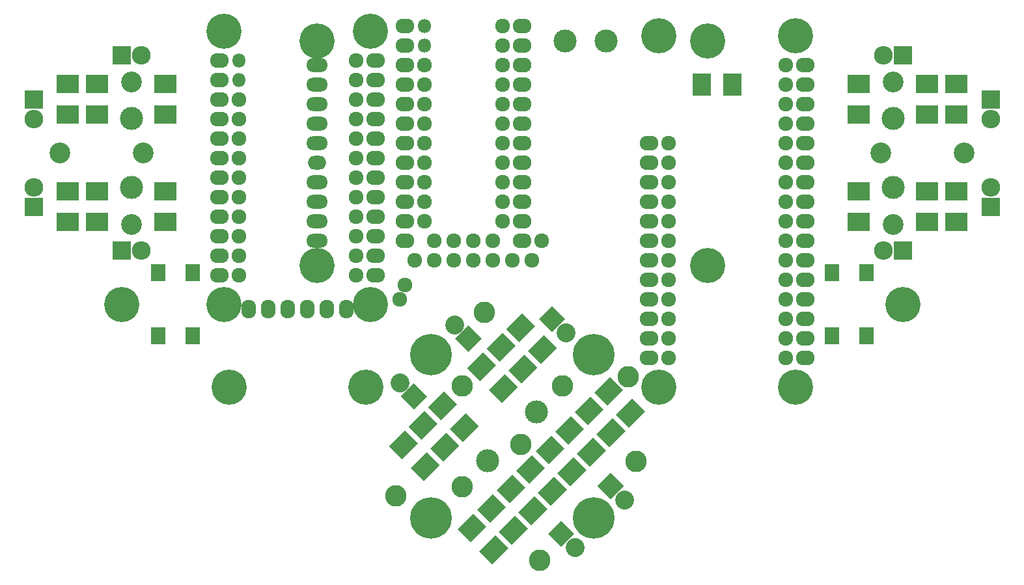
<source format=gbs>
%TF.GenerationSoftware,KiCad,Pcbnew,4.1.0-alpha+201609021633+7109~49~ubuntu16.04.1-product*%
%TF.CreationDate,2016-09-14T14:42:10+05:30*%
%TF.ProjectId,OTS2_main,4F5453325F6D61696E2E6B696361645F,rev?*%
%TF.FileFunction,Soldermask,Bot*%
%FSLAX46Y46*%
G04 Gerber Fmt 4.6, Leading zero omitted, Abs format (unit mm)*
G04 Created by KiCad (PCBNEW 4.1.0-alpha+201609021633+7109~49~ubuntu16.04.1-product) date Wed Sep 14 14:42:10 2016*
%MOMM*%
%LPD*%
G01*
G04 APERTURE LIST*
%ADD10C,0.101600*%
%ADD11C,2.800000*%
%ADD12C,5.400000*%
%ADD13C,3.000000*%
%ADD14O,2.813000X1.797000*%
%ADD15O,2.432000X1.797000*%
%ADD16C,4.572000*%
%ADD17O,2.432000X1.924000*%
%ADD18C,1.924000*%
%ADD19R,1.924000X2.178000*%
%ADD20O,1.924000X2.432000*%
%ADD21O,1.924000X1.924000*%
%ADD22O,1.797000X1.797000*%
%ADD23R,2.900000X2.400000*%
%ADD24R,2.400000X2.900000*%
%ADD25C,2.700000*%
%ADD26C,2.432000*%
%ADD27R,2.432000X2.432000*%
%ADD28O,2.432000X2.432000*%
G04 APERTURE END LIST*
D10*
D11*
X93185158Y-78580158D03*
D12*
X81468398Y-66863398D03*
D11*
X85527191Y-84017809D03*
D12*
X102681602Y-88076602D03*
D11*
X98622809Y-70922191D03*
D12*
X81468398Y-88076602D03*
X102681602Y-66863398D03*
D13*
X88893019Y-80651981D03*
X95256981Y-74288019D03*
D11*
X76971199Y-85219890D03*
X85527191Y-70922191D03*
X88468755Y-61319681D03*
X95681245Y-93620319D03*
X108154608Y-80722691D03*
X107178801Y-69720110D03*
D14*
X66675000Y-29210000D03*
X66675000Y-31750000D03*
X66675000Y-34290000D03*
X66675000Y-36830000D03*
X66675000Y-39370000D03*
D15*
X66675000Y-41910000D03*
D14*
X66675000Y-44450000D03*
X66675000Y-46990000D03*
X66675000Y-49530000D03*
X66675000Y-52070000D03*
D16*
X66675000Y-55245000D03*
X117475000Y-55245000D03*
X117475000Y-26035000D03*
X66675000Y-26035000D03*
D17*
X109855000Y-67310000D03*
X109855000Y-64770000D03*
X109855000Y-62230000D03*
X109855000Y-59690000D03*
X109855000Y-57150000D03*
X109855000Y-54610000D03*
X109855000Y-52070000D03*
X109855000Y-49530000D03*
X109855000Y-46990000D03*
X109855000Y-44450000D03*
X109855000Y-41910000D03*
X109855000Y-39370000D03*
X130175000Y-29210000D03*
X130175000Y-31750000D03*
X130175000Y-34290000D03*
X130175000Y-36830000D03*
X130175000Y-39370000D03*
X130175000Y-41910000D03*
X130175000Y-44450000D03*
X130175000Y-46990000D03*
X130175000Y-49530000D03*
X130175000Y-52070000D03*
X130175000Y-54610000D03*
X130175000Y-57150000D03*
X130175000Y-59690000D03*
X130175000Y-62230000D03*
X130175000Y-64770000D03*
X130175000Y-67310000D03*
D16*
X111125000Y-25400000D03*
X128905000Y-25400000D03*
D18*
X112395000Y-67310000D03*
X112395000Y-64770000D03*
X112395000Y-62230000D03*
X112395000Y-59690000D03*
X112395000Y-57150000D03*
X112395000Y-54610000D03*
X112395000Y-52070000D03*
X112395000Y-49530000D03*
X112395000Y-46990000D03*
X112395000Y-44450000D03*
X112395000Y-41910000D03*
X112395000Y-39370000D03*
X127635000Y-29210000D03*
X127635000Y-31750000D03*
X127635000Y-34290000D03*
X127635000Y-36830000D03*
X127635000Y-39370000D03*
X127635000Y-41910000D03*
X127635000Y-44450000D03*
X127635000Y-46990000D03*
X127635000Y-49530000D03*
X127635000Y-52070000D03*
X127635000Y-54610000D03*
X127635000Y-57150000D03*
X127635000Y-59690000D03*
X127635000Y-62230000D03*
X127635000Y-64770000D03*
X127635000Y-67310000D03*
D16*
X111125000Y-71120000D03*
X128905000Y-71120000D03*
D19*
X138150600Y-56235600D03*
X138150600Y-64414400D03*
X133629400Y-64414400D03*
X133629400Y-56235600D03*
D17*
X74295000Y-28575000D03*
X74295000Y-31115000D03*
X74295000Y-33655000D03*
X74295000Y-36195000D03*
X74295000Y-38735000D03*
X74295000Y-41275000D03*
X74295000Y-43815000D03*
X74295000Y-46355000D03*
X74295000Y-48895000D03*
X74295000Y-51435000D03*
X74295000Y-53975000D03*
X74295000Y-56515000D03*
D20*
X70485000Y-60960000D03*
X67945000Y-60960000D03*
X65405000Y-60960000D03*
X62865000Y-60960000D03*
X60325000Y-60960000D03*
X57785000Y-60960000D03*
D17*
X53975000Y-56515000D03*
X53975000Y-53975000D03*
X53975000Y-51435000D03*
X53975000Y-48895000D03*
X53975000Y-46355000D03*
X53975000Y-43815000D03*
X53975000Y-41275000D03*
X53975000Y-38735000D03*
X53975000Y-36195000D03*
X53975000Y-33655000D03*
X53975000Y-31115000D03*
X53975000Y-28575000D03*
D16*
X73660000Y-60325000D03*
X54610000Y-60325000D03*
X54610000Y-24765000D03*
X73660000Y-24765000D03*
D21*
X71755000Y-28575000D03*
X71755000Y-31115000D03*
X71755000Y-33655000D03*
X71755000Y-36195000D03*
X71755000Y-38735000D03*
X71755000Y-41275000D03*
X71755000Y-43815000D03*
X71755000Y-46355000D03*
X71755000Y-48895000D03*
X71755000Y-51435000D03*
X71755000Y-53975000D03*
X71755000Y-56515000D03*
X56515000Y-56515000D03*
X56515000Y-53975000D03*
X56515000Y-51435000D03*
X56515000Y-48895000D03*
X56515000Y-46355000D03*
X56515000Y-43815000D03*
X56515000Y-41275000D03*
X56515000Y-38735000D03*
X56515000Y-36195000D03*
X56515000Y-33655000D03*
D22*
X56515000Y-31115000D03*
X56515000Y-28575000D03*
D16*
X73025000Y-71120000D03*
X55245000Y-71120000D03*
X142875000Y-60325000D03*
X41275000Y-60325000D03*
D23*
X146050000Y-35655000D03*
X146050000Y-31655000D03*
X149860000Y-35655000D03*
X149860000Y-31655000D03*
X137160000Y-35655000D03*
X137160000Y-31655000D03*
X38100000Y-45625000D03*
X38100000Y-49625000D03*
X34290000Y-45625000D03*
X34290000Y-49625000D03*
X46990000Y-45625000D03*
X46990000Y-49625000D03*
D10*
G36*
X94093047Y-89502437D02*
X92042437Y-91553047D01*
X90345381Y-89855991D01*
X92395991Y-87805381D01*
X94093047Y-89502437D01*
X94093047Y-89502437D01*
G37*
G36*
X91264619Y-86674009D02*
X89214009Y-88724619D01*
X87516953Y-87027563D01*
X89567563Y-84976953D01*
X91264619Y-86674009D01*
X91264619Y-86674009D01*
G37*
G36*
X85203047Y-78707437D02*
X83152437Y-80758047D01*
X81455381Y-79060991D01*
X83505991Y-77010381D01*
X85203047Y-78707437D01*
X85203047Y-78707437D01*
G37*
G36*
X82374619Y-75879009D02*
X80324009Y-77929619D01*
X78626953Y-76232563D01*
X80677563Y-74181953D01*
X82374619Y-75879009D01*
X82374619Y-75879009D01*
G37*
G36*
X91326953Y-63532563D02*
X93377563Y-61481953D01*
X95074619Y-63179009D01*
X93024009Y-65229619D01*
X91326953Y-63532563D01*
X91326953Y-63532563D01*
G37*
G36*
X94155381Y-66360991D02*
X96205991Y-64310381D01*
X97903047Y-66007437D01*
X95852437Y-68058047D01*
X94155381Y-66360991D01*
X94155381Y-66360991D01*
G37*
G36*
X102756953Y-71787563D02*
X104807563Y-69736953D01*
X106504619Y-71434009D01*
X104454009Y-73484619D01*
X102756953Y-71787563D01*
X102756953Y-71787563D01*
G37*
G36*
X105585381Y-74615991D02*
X107635991Y-72565381D01*
X109333047Y-74262437D01*
X107282437Y-76313047D01*
X105585381Y-74615991D01*
X105585381Y-74615991D01*
G37*
G36*
X92596953Y-81947563D02*
X94647563Y-79896953D01*
X96344619Y-81594009D01*
X94294009Y-83644619D01*
X92596953Y-81947563D01*
X92596953Y-81947563D01*
G37*
G36*
X95425381Y-84775991D02*
X97475991Y-82725381D01*
X99173047Y-84422437D01*
X97122437Y-86473047D01*
X95425381Y-84775991D01*
X95425381Y-84775991D01*
G37*
G36*
X86246953Y-68612563D02*
X88297563Y-66561953D01*
X89994619Y-68259009D01*
X87944009Y-70309619D01*
X86246953Y-68612563D01*
X86246953Y-68612563D01*
G37*
G36*
X89075381Y-71440991D02*
X91125991Y-69390381D01*
X92823047Y-71087437D01*
X90772437Y-73138047D01*
X89075381Y-71440991D01*
X89075381Y-71440991D01*
G37*
G36*
X97676953Y-76867563D02*
X99727563Y-74816953D01*
X101424619Y-76514009D01*
X99374009Y-78564619D01*
X97676953Y-76867563D01*
X97676953Y-76867563D01*
G37*
G36*
X100505381Y-79695991D02*
X102555991Y-77645381D01*
X104253047Y-79342437D01*
X102202437Y-81393047D01*
X100505381Y-79695991D01*
X100505381Y-79695991D01*
G37*
D23*
X146050000Y-49625000D03*
X146050000Y-45625000D03*
X149860000Y-49625000D03*
X149860000Y-45625000D03*
X137160000Y-49625000D03*
X137160000Y-45625000D03*
X38100000Y-31655000D03*
X38100000Y-35655000D03*
X34290000Y-31655000D03*
X34290000Y-35655000D03*
X46990000Y-31655000D03*
X46990000Y-35655000D03*
D10*
G36*
X84976953Y-89567563D02*
X87027563Y-87516953D01*
X88724619Y-89214009D01*
X86674009Y-91264619D01*
X84976953Y-89567563D01*
X84976953Y-89567563D01*
G37*
G36*
X87805381Y-92395991D02*
X89855991Y-90345381D01*
X91553047Y-92042437D01*
X89502437Y-94093047D01*
X87805381Y-92395991D01*
X87805381Y-92395991D01*
G37*
G36*
X76086953Y-78772563D02*
X78137563Y-76721953D01*
X79834619Y-78419009D01*
X77784009Y-80469619D01*
X76086953Y-78772563D01*
X76086953Y-78772563D01*
G37*
G36*
X78915381Y-81600991D02*
X80965991Y-79550381D01*
X82663047Y-81247437D01*
X80612437Y-83298047D01*
X78915381Y-81600991D01*
X78915381Y-81600991D01*
G37*
G36*
X95363047Y-68547437D02*
X93312437Y-70598047D01*
X91615381Y-68900991D01*
X93665991Y-66850381D01*
X95363047Y-68547437D01*
X95363047Y-68547437D01*
G37*
G36*
X92534619Y-65719009D02*
X90484009Y-67769619D01*
X88786953Y-66072563D01*
X90837563Y-64021953D01*
X92534619Y-65719009D01*
X92534619Y-65719009D01*
G37*
G36*
X106793047Y-76802437D02*
X104742437Y-78853047D01*
X103045381Y-77155991D01*
X105095991Y-75105381D01*
X106793047Y-76802437D01*
X106793047Y-76802437D01*
G37*
G36*
X103964619Y-73974009D02*
X101914009Y-76024619D01*
X100216953Y-74327563D01*
X102267563Y-72276953D01*
X103964619Y-73974009D01*
X103964619Y-73974009D01*
G37*
G36*
X96633047Y-86962437D02*
X94582437Y-89013047D01*
X92885381Y-87315991D01*
X94935991Y-85265381D01*
X96633047Y-86962437D01*
X96633047Y-86962437D01*
G37*
G36*
X93804619Y-84134009D02*
X91754009Y-86184619D01*
X90056953Y-84487563D01*
X92107563Y-82436953D01*
X93804619Y-84134009D01*
X93804619Y-84134009D01*
G37*
G36*
X87743047Y-76167437D02*
X85692437Y-78218047D01*
X83995381Y-76520991D01*
X86045991Y-74470381D01*
X87743047Y-76167437D01*
X87743047Y-76167437D01*
G37*
G36*
X84914619Y-73339009D02*
X82864009Y-75389619D01*
X81166953Y-73692563D01*
X83217563Y-71641953D01*
X84914619Y-73339009D01*
X84914619Y-73339009D01*
G37*
G36*
X101713047Y-81882437D02*
X99662437Y-83933047D01*
X97965381Y-82235991D01*
X100015991Y-80185381D01*
X101713047Y-81882437D01*
X101713047Y-81882437D01*
G37*
G36*
X98884619Y-79054009D02*
X96834009Y-81104619D01*
X95136953Y-79407563D01*
X97187563Y-77356953D01*
X98884619Y-79054009D01*
X98884619Y-79054009D01*
G37*
D24*
X120745000Y-31750000D03*
X116745000Y-31750000D03*
D25*
X44115000Y-40640000D03*
D13*
X42545000Y-36140000D03*
D25*
X42545000Y-31380000D03*
D13*
X42545000Y-45140000D03*
D25*
X42545000Y-49900000D03*
X33285000Y-40640000D03*
X140035000Y-40640000D03*
D13*
X141605000Y-45140000D03*
D25*
X141605000Y-49900000D03*
D13*
X141605000Y-36140000D03*
D25*
X141605000Y-31380000D03*
X150865000Y-40640000D03*
D17*
X93345000Y-24130000D03*
X93345000Y-26670000D03*
X93345000Y-29210000D03*
X93345000Y-31750000D03*
X93345000Y-34290000D03*
X93345000Y-36830000D03*
X93345000Y-39370000D03*
X93345000Y-41910000D03*
X93345000Y-44450000D03*
X93345000Y-46990000D03*
X93345000Y-49530000D03*
X93345000Y-52070000D03*
D21*
X92075000Y-54610000D03*
X89535000Y-54610000D03*
X86995000Y-54610000D03*
X84455000Y-54610000D03*
X81915000Y-54610000D03*
X79375000Y-54610000D03*
D17*
X78105000Y-52069999D03*
X78105000Y-49530000D03*
X78105000Y-46990000D03*
X78105000Y-44450000D03*
X78105000Y-41910000D03*
X78105000Y-39370000D03*
X78105000Y-36830000D03*
X78105000Y-34290000D03*
X78105000Y-31750000D03*
X78105000Y-29210000D03*
X78105000Y-26670000D03*
X78105000Y-24130000D03*
D21*
X90805000Y-24130000D03*
X90805000Y-26670000D03*
X90805000Y-29210000D03*
X90805000Y-31750000D03*
X90805000Y-34290000D03*
X90805000Y-36830000D03*
X90805000Y-39370000D03*
X90805000Y-41910000D03*
X90805000Y-44450000D03*
X90805000Y-46990000D03*
X90805000Y-49530000D03*
X95885000Y-52070000D03*
X94615000Y-54610000D03*
X89535000Y-52070000D03*
X86995000Y-52070000D03*
X84455000Y-52070000D03*
X81915000Y-52070000D03*
X80645000Y-49530000D03*
X78105000Y-57785000D03*
X77470000Y-59690000D03*
X80645000Y-46990000D03*
X80645000Y-44450000D03*
X80645000Y-41910000D03*
X80645000Y-39370000D03*
X80645000Y-36830000D03*
X80645000Y-34290000D03*
X80645000Y-31750000D03*
X80645000Y-29210000D03*
D22*
X80645000Y-26670000D03*
X80645000Y-24130000D03*
D13*
X98950000Y-26035000D03*
X104250000Y-26035000D03*
D19*
X50520600Y-56235600D03*
X50520600Y-64414400D03*
X45999400Y-64414400D03*
X45999400Y-56235600D03*
D10*
G36*
X104883949Y-85648633D02*
X103164265Y-83928949D01*
X104883949Y-82209265D01*
X106603633Y-83928949D01*
X104883949Y-85648633D01*
X104883949Y-85648633D01*
G37*
D26*
X106680000Y-85725000D02*
X106680000Y-85725000D01*
D10*
G36*
X98425000Y-91889684D02*
X96705316Y-90170000D01*
X98425000Y-88450316D01*
X100144684Y-90170000D01*
X98425000Y-91889684D01*
X98425000Y-91889684D01*
G37*
D26*
X100221051Y-91966051D02*
X100221051Y-91966051D01*
D10*
G36*
X86360000Y-63050316D02*
X88079684Y-64770000D01*
X86360000Y-66489684D01*
X84640316Y-64770000D01*
X86360000Y-63050316D01*
X86360000Y-63050316D01*
G37*
D26*
X84563949Y-62973949D02*
X84563949Y-62973949D01*
D10*
G36*
X79266040Y-70561378D02*
X80985724Y-72281062D01*
X79266040Y-74000746D01*
X77546356Y-72281062D01*
X79266040Y-70561378D01*
X79266040Y-70561378D01*
G37*
D26*
X77469989Y-70485011D02*
X77469989Y-70485011D01*
D27*
X29845000Y-47625000D03*
D28*
X29845000Y-45085000D03*
D27*
X41275000Y-27940000D03*
D28*
X43815000Y-27940000D03*
D27*
X41275000Y-53340000D03*
D28*
X43815000Y-53340000D03*
D27*
X29845000Y-33655000D03*
D28*
X29845000Y-36195000D03*
D27*
X154305000Y-33655000D03*
D28*
X154305000Y-36195000D03*
D27*
X142875000Y-27940000D03*
D28*
X140335000Y-27940000D03*
D27*
X154305000Y-47625000D03*
D28*
X154305000Y-45085000D03*
D27*
X142875000Y-53340000D03*
D28*
X140335000Y-53340000D03*
D10*
G36*
X97263949Y-63949684D02*
X95544265Y-62230000D01*
X97263949Y-60510316D01*
X98983633Y-62230000D01*
X97263949Y-63949684D01*
X97263949Y-63949684D01*
G37*
D26*
X99060000Y-64026051D02*
X99060000Y-64026051D01*
M02*

</source>
